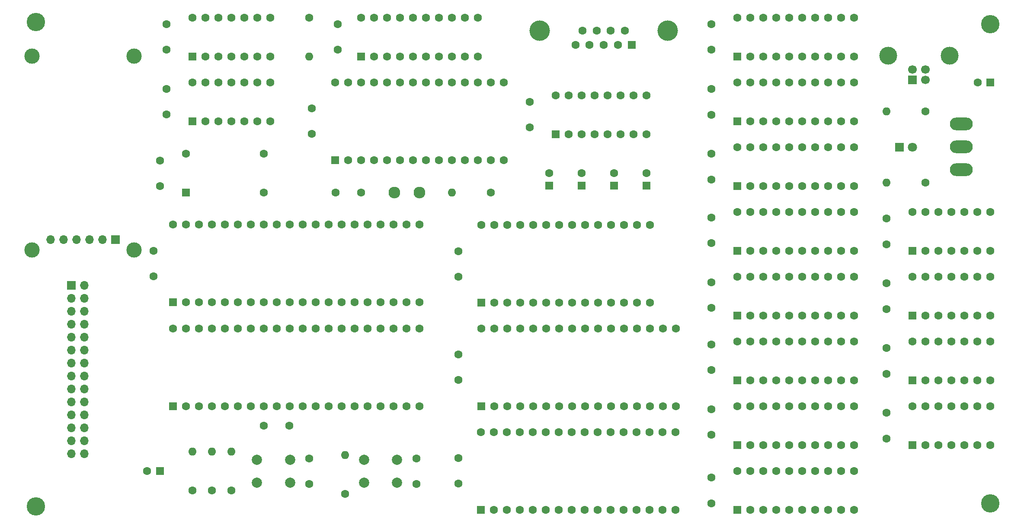
<source format=gbr>
%TF.GenerationSoftware,KiCad,Pcbnew,9.0.0*%
%TF.CreationDate,2025-04-01T20:45:58+02:00*%
%TF.ProjectId,bytecradle-6502-single-board,62797465-6372-4616-946c-652d36353032,rev?*%
%TF.SameCoordinates,Original*%
%TF.FileFunction,Soldermask,Bot*%
%TF.FilePolarity,Negative*%
%FSLAX46Y46*%
G04 Gerber Fmt 4.6, Leading zero omitted, Abs format (unit mm)*
G04 Created by KiCad (PCBNEW 9.0.0) date 2025-04-01 20:45:58*
%MOMM*%
%LPD*%
G01*
G04 APERTURE LIST*
G04 Aperture macros list*
%AMRoundRect*
0 Rectangle with rounded corners*
0 $1 Rounding radius*
0 $2 $3 $4 $5 $6 $7 $8 $9 X,Y pos of 4 corners*
0 Add a 4 corners polygon primitive as box body*
4,1,4,$2,$3,$4,$5,$6,$7,$8,$9,$2,$3,0*
0 Add four circle primitives for the rounded corners*
1,1,$1+$1,$2,$3*
1,1,$1+$1,$4,$5*
1,1,$1+$1,$6,$7*
1,1,$1+$1,$8,$9*
0 Add four rect primitives between the rounded corners*
20,1,$1+$1,$2,$3,$4,$5,0*
20,1,$1+$1,$4,$5,$6,$7,0*
20,1,$1+$1,$6,$7,$8,$9,0*
20,1,$1+$1,$8,$9,$2,$3,0*%
G04 Aperture macros list end*
%ADD10RoundRect,0.250000X0.550000X-0.550000X0.550000X0.550000X-0.550000X0.550000X-0.550000X-0.550000X0*%
%ADD11C,1.600000*%
%ADD12C,3.000000*%
%ADD13R,1.700000X1.700000*%
%ADD14O,1.700000X1.700000*%
%ADD15C,4.000000*%
%ADD16R,1.600000X1.600000*%
%ADD17C,2.300000*%
%ADD18O,1.600000X1.600000*%
%ADD19C,3.600000*%
%ADD20O,4.500000X2.500000*%
%ADD21C,2.000000*%
%ADD22R,1.800000X1.800000*%
%ADD23C,1.800000*%
%ADD24C,1.700000*%
%ADD25C,3.500000*%
G04 APERTURE END LIST*
D10*
%TO.C,U7*%
X246380000Y-88910000D03*
D11*
X248920000Y-88910000D03*
X251460000Y-88910000D03*
X254000000Y-88910000D03*
X256540000Y-88910000D03*
X259080000Y-88910000D03*
X261620000Y-88910000D03*
X261620000Y-81290000D03*
X259080000Y-81290000D03*
X256540000Y-81290000D03*
X254000000Y-81290000D03*
X251460000Y-81290000D03*
X248920000Y-81290000D03*
X246380000Y-81290000D03*
%TD*%
D12*
%TO.C,J3*%
X94000000Y-50700000D03*
X74000000Y-50700000D03*
X94000000Y-88700000D03*
X74000000Y-88700000D03*
D13*
X90350000Y-86700000D03*
D14*
X87810000Y-86700000D03*
X85270000Y-86700000D03*
X82730000Y-86700000D03*
X80190000Y-86700000D03*
X77650000Y-86700000D03*
%TD*%
D13*
%TO.C,J2*%
X81710000Y-95710000D03*
D14*
X84250000Y-95710000D03*
X81710000Y-98250000D03*
X84250000Y-98250000D03*
X81710000Y-100790000D03*
X84250000Y-100790000D03*
X81710000Y-103330000D03*
X84250000Y-103330000D03*
X81710000Y-105870000D03*
X84250000Y-105870000D03*
X81710000Y-108410000D03*
X84250000Y-108410000D03*
X81710000Y-110950000D03*
X84250000Y-110950000D03*
X81710000Y-113490000D03*
X84250000Y-113490000D03*
X81710000Y-116030000D03*
X84250000Y-116030000D03*
X81710000Y-118570000D03*
X84250000Y-118570000D03*
X81710000Y-121110000D03*
X84250000Y-121110000D03*
X81710000Y-123650000D03*
X84250000Y-123650000D03*
X81710000Y-126190000D03*
X84250000Y-126190000D03*
X81710000Y-128730000D03*
X84250000Y-128730000D03*
%TD*%
D11*
%TO.C,C5*%
X100330000Y-44490000D03*
X100330000Y-49490000D03*
%TD*%
D15*
%TO.C,J8*%
X198425000Y-45720000D03*
X173425000Y-45720000D03*
D16*
X191465000Y-48560000D03*
D11*
X188695000Y-48560000D03*
X185925000Y-48560000D03*
X183155000Y-48560000D03*
X180385000Y-48560000D03*
X190080000Y-45720000D03*
X187310000Y-45720000D03*
X184540000Y-45720000D03*
X181770000Y-45720000D03*
%TD*%
D10*
%TO.C,U11*%
X212090000Y-88900000D03*
D11*
X214630000Y-88900000D03*
X217170000Y-88900000D03*
X219710000Y-88900000D03*
X222250000Y-88900000D03*
X224790000Y-88900000D03*
X227330000Y-88900000D03*
X229870000Y-88900000D03*
X232410000Y-88900000D03*
X234950000Y-88900000D03*
X234950000Y-81280000D03*
X232410000Y-81280000D03*
X229870000Y-81280000D03*
X227330000Y-81280000D03*
X224790000Y-81280000D03*
X222250000Y-81280000D03*
X219710000Y-81280000D03*
X217170000Y-81280000D03*
X214630000Y-81280000D03*
X212090000Y-81280000D03*
%TD*%
D17*
%TO.C,Y1*%
X149860000Y-77470000D03*
X144960000Y-77470000D03*
%TD*%
D16*
%TO.C,C7*%
X99020000Y-132080000D03*
D11*
X96520000Y-132080000D03*
%TD*%
%TO.C,C10*%
X207010000Y-133400000D03*
X207010000Y-138400000D03*
%TD*%
%TO.C,R5*%
X135255000Y-136565000D03*
D18*
X135255000Y-128945000D03*
%TD*%
D19*
%TO.C,H1*%
X74750000Y-44000000D03*
%TD*%
D11*
%TO.C,C20*%
X119380000Y-123190000D03*
X124380000Y-123190000D03*
%TD*%
D20*
%TO.C,SW1*%
X255905000Y-73025000D03*
X255905000Y-68525000D03*
X255905000Y-64025000D03*
%TD*%
D11*
%TO.C,C16*%
X157480000Y-109220000D03*
X157480000Y-114220000D03*
%TD*%
D16*
%TO.C,C29*%
X187960000Y-76160000D03*
D11*
X187960000Y-73660000D03*
%TD*%
%TO.C,C13*%
X207010000Y-107290000D03*
X207010000Y-112290000D03*
%TD*%
%TO.C,R6*%
X109220000Y-135890000D03*
D18*
X109220000Y-128270000D03*
%TD*%
D11*
%TO.C,C4*%
X99060000Y-71200000D03*
X99060000Y-76200000D03*
%TD*%
%TO.C,C8*%
X128270000Y-134620000D03*
X128270000Y-129620000D03*
%TD*%
D16*
%TO.C,C31*%
X194310000Y-76160000D03*
D11*
X194310000Y-73660000D03*
%TD*%
%TO.C,C17*%
X157480000Y-129540000D03*
X157480000Y-134540000D03*
%TD*%
%TO.C,C26*%
X133860000Y-44450000D03*
X133860000Y-49450000D03*
%TD*%
D10*
%TO.C,U5*%
X212090000Y-76200000D03*
D11*
X214630000Y-76200000D03*
X217170000Y-76200000D03*
X219710000Y-76200000D03*
X222250000Y-76200000D03*
X224790000Y-76200000D03*
X227330000Y-76200000D03*
X229870000Y-76200000D03*
X232410000Y-76200000D03*
X234950000Y-76200000D03*
X234950000Y-68580000D03*
X232410000Y-68580000D03*
X229870000Y-68580000D03*
X227330000Y-68580000D03*
X224790000Y-68580000D03*
X222250000Y-68580000D03*
X219710000Y-68580000D03*
X217170000Y-68580000D03*
X214630000Y-68580000D03*
X212090000Y-68580000D03*
%TD*%
D10*
%TO.C,U15*%
X161900000Y-139700000D03*
D11*
X164440000Y-139700000D03*
X166980000Y-139700000D03*
X169520000Y-139700000D03*
X172060000Y-139700000D03*
X174600000Y-139700000D03*
X177140000Y-139700000D03*
X179680000Y-139700000D03*
X182220000Y-139700000D03*
X184760000Y-139700000D03*
X187300000Y-139700000D03*
X189840000Y-139700000D03*
X192380000Y-139700000D03*
X194920000Y-139700000D03*
X197460000Y-139700000D03*
X200000000Y-139700000D03*
X200000000Y-124460000D03*
X197460000Y-124460000D03*
X194920000Y-124460000D03*
X192380000Y-124460000D03*
X189840000Y-124460000D03*
X187300000Y-124460000D03*
X184760000Y-124460000D03*
X182220000Y-124460000D03*
X179680000Y-124460000D03*
X177140000Y-124460000D03*
X174600000Y-124460000D03*
X172060000Y-124460000D03*
X169520000Y-124460000D03*
X166980000Y-124460000D03*
X164440000Y-124460000D03*
X161900000Y-124460000D03*
%TD*%
D21*
%TO.C,SW2*%
X118035000Y-129870000D03*
X124535000Y-129870000D03*
X118035000Y-134370000D03*
X124535000Y-134370000D03*
%TD*%
D19*
%TO.C,H2*%
X261620000Y-44450000D03*
%TD*%
D11*
%TO.C,C22*%
X241300000Y-82600000D03*
X241300000Y-87600000D03*
%TD*%
D16*
%TO.C,C6*%
X261620000Y-55880000D03*
D11*
X259120000Y-55880000D03*
%TD*%
%TO.C,C23*%
X207010000Y-44490000D03*
X207010000Y-49490000D03*
%TD*%
%TO.C,R8*%
X163830000Y-77470000D03*
D18*
X156210000Y-77470000D03*
%TD*%
D11*
%TO.C,C1*%
X157480000Y-88980000D03*
X157480000Y-93980000D03*
%TD*%
%TO.C,R7*%
X128270000Y-43180000D03*
D18*
X128270000Y-50800000D03*
%TD*%
D22*
%TO.C,D1*%
X243840000Y-68580000D03*
D23*
X246380000Y-68580000D03*
%TD*%
D10*
%TO.C,U17*%
X162000000Y-99060000D03*
D11*
X164540000Y-99060000D03*
X167080000Y-99060000D03*
X169620000Y-99060000D03*
X172160000Y-99060000D03*
X174700000Y-99060000D03*
X177240000Y-99060000D03*
X179780000Y-99060000D03*
X182320000Y-99060000D03*
X184860000Y-99060000D03*
X187400000Y-99060000D03*
X189940000Y-99060000D03*
X192480000Y-99060000D03*
X195020000Y-99060000D03*
X195020000Y-83820000D03*
X192480000Y-83820000D03*
X189940000Y-83820000D03*
X187400000Y-83820000D03*
X184860000Y-83820000D03*
X182320000Y-83820000D03*
X179780000Y-83820000D03*
X177240000Y-83820000D03*
X174700000Y-83820000D03*
X172160000Y-83820000D03*
X169620000Y-83820000D03*
X167080000Y-83820000D03*
X164540000Y-83820000D03*
X162000000Y-83820000D03*
%TD*%
D10*
%TO.C,U10*%
X212090000Y-114300000D03*
D11*
X214630000Y-114300000D03*
X217170000Y-114300000D03*
X219710000Y-114300000D03*
X222250000Y-114300000D03*
X224790000Y-114300000D03*
X227330000Y-114300000D03*
X229870000Y-114300000D03*
X232410000Y-114300000D03*
X234950000Y-114300000D03*
X234950000Y-106680000D03*
X232410000Y-106680000D03*
X229870000Y-106680000D03*
X227330000Y-106680000D03*
X224790000Y-106680000D03*
X222250000Y-106680000D03*
X219710000Y-106680000D03*
X217170000Y-106680000D03*
X214630000Y-106680000D03*
X212090000Y-106680000D03*
%TD*%
D10*
%TO.C,U18*%
X212090000Y-50800000D03*
D11*
X214630000Y-50800000D03*
X217170000Y-50800000D03*
X219710000Y-50800000D03*
X222250000Y-50800000D03*
X224790000Y-50800000D03*
X227330000Y-50800000D03*
X229870000Y-50800000D03*
X232410000Y-50800000D03*
X234950000Y-50800000D03*
X234950000Y-43180000D03*
X232410000Y-43180000D03*
X229870000Y-43180000D03*
X227330000Y-43180000D03*
X224790000Y-43180000D03*
X222250000Y-43180000D03*
X219710000Y-43180000D03*
X217170000Y-43180000D03*
X214630000Y-43180000D03*
X212090000Y-43180000D03*
%TD*%
D10*
%TO.C,U3*%
X212090000Y-63500000D03*
D11*
X214630000Y-63500000D03*
X217170000Y-63500000D03*
X219710000Y-63500000D03*
X222250000Y-63500000D03*
X224790000Y-63500000D03*
X227330000Y-63500000D03*
X229870000Y-63500000D03*
X232410000Y-63500000D03*
X234950000Y-63500000D03*
X234950000Y-55880000D03*
X232410000Y-55880000D03*
X229870000Y-55880000D03*
X227330000Y-55880000D03*
X224790000Y-55880000D03*
X222250000Y-55880000D03*
X219710000Y-55880000D03*
X217170000Y-55880000D03*
X214630000Y-55880000D03*
X212090000Y-55880000D03*
%TD*%
%TO.C,C24*%
X97790000Y-88900000D03*
X97790000Y-93900000D03*
%TD*%
D10*
%TO.C,U16*%
X162000000Y-119380000D03*
D11*
X164540000Y-119380000D03*
X167080000Y-119380000D03*
X169620000Y-119380000D03*
X172160000Y-119380000D03*
X174700000Y-119380000D03*
X177240000Y-119380000D03*
X179780000Y-119380000D03*
X182320000Y-119380000D03*
X184860000Y-119380000D03*
X187400000Y-119380000D03*
X189940000Y-119380000D03*
X192480000Y-119380000D03*
X195020000Y-119380000D03*
X197560000Y-119380000D03*
X200100000Y-119380000D03*
X200100000Y-104140000D03*
X197560000Y-104140000D03*
X195020000Y-104140000D03*
X192480000Y-104140000D03*
X189940000Y-104140000D03*
X187400000Y-104140000D03*
X184860000Y-104140000D03*
X182320000Y-104140000D03*
X179780000Y-104140000D03*
X177240000Y-104140000D03*
X174700000Y-104140000D03*
X172160000Y-104140000D03*
X169620000Y-104140000D03*
X167080000Y-104140000D03*
X164540000Y-104140000D03*
X162000000Y-104140000D03*
%TD*%
%TO.C,R3*%
X248920000Y-61595000D03*
D18*
X241300000Y-61595000D03*
%TD*%
D10*
%TO.C,U14*%
X246380000Y-101610000D03*
D11*
X248920000Y-101610000D03*
X251460000Y-101610000D03*
X254000000Y-101610000D03*
X256540000Y-101610000D03*
X259080000Y-101610000D03*
X261620000Y-101610000D03*
X261620000Y-93990000D03*
X259080000Y-93990000D03*
X256540000Y-93990000D03*
X254000000Y-93990000D03*
X251460000Y-93990000D03*
X248920000Y-93990000D03*
X246380000Y-93990000D03*
%TD*%
D19*
%TO.C,H4*%
X74750000Y-139000000D03*
%TD*%
D11*
%TO.C,C12*%
X207010000Y-95080000D03*
X207010000Y-100080000D03*
%TD*%
%TO.C,C18*%
X241300000Y-120700000D03*
X241300000Y-125700000D03*
%TD*%
D21*
%TO.C,SW3*%
X138990000Y-129870000D03*
X145490000Y-129870000D03*
X138990000Y-134370000D03*
X145490000Y-134370000D03*
%TD*%
D11*
%TO.C,C11*%
X207010000Y-69900000D03*
X207010000Y-74900000D03*
%TD*%
%TO.C,C14*%
X207010000Y-82380000D03*
X207010000Y-87380000D03*
%TD*%
D10*
%TO.C,U2*%
X101600000Y-119380000D03*
D11*
X104140000Y-119380000D03*
X106680000Y-119380000D03*
X109220000Y-119380000D03*
X111760000Y-119380000D03*
X114300000Y-119380000D03*
X116840000Y-119380000D03*
X119380000Y-119380000D03*
X121920000Y-119380000D03*
X124460000Y-119380000D03*
X127000000Y-119380000D03*
X129540000Y-119380000D03*
X132080000Y-119380000D03*
X134620000Y-119380000D03*
X137160000Y-119380000D03*
X139700000Y-119380000D03*
X142240000Y-119380000D03*
X144780000Y-119380000D03*
X147320000Y-119380000D03*
X149860000Y-119380000D03*
X149860000Y-104140000D03*
X147320000Y-104140000D03*
X144780000Y-104140000D03*
X142240000Y-104140000D03*
X139700000Y-104140000D03*
X137160000Y-104140000D03*
X134620000Y-104140000D03*
X132080000Y-104140000D03*
X129540000Y-104140000D03*
X127000000Y-104140000D03*
X124460000Y-104140000D03*
X121920000Y-104140000D03*
X119380000Y-104140000D03*
X116840000Y-104140000D03*
X114300000Y-104140000D03*
X111760000Y-104140000D03*
X109220000Y-104140000D03*
X106680000Y-104140000D03*
X104140000Y-104140000D03*
X101600000Y-104140000D03*
%TD*%
%TO.C,C27*%
X128780000Y-60960000D03*
X128780000Y-65960000D03*
%TD*%
D16*
%TO.C,X1*%
X104140000Y-77470000D03*
D11*
X119380000Y-77470000D03*
X119380000Y-69850000D03*
X104140000Y-69850000D03*
%TD*%
D10*
%TO.C,U4*%
X105410000Y-50800000D03*
D11*
X107950000Y-50800000D03*
X110490000Y-50800000D03*
X113030000Y-50800000D03*
X115570000Y-50800000D03*
X118110000Y-50800000D03*
X120650000Y-50800000D03*
X120650000Y-43180000D03*
X118110000Y-43180000D03*
X115570000Y-43180000D03*
X113030000Y-43180000D03*
X110490000Y-43180000D03*
X107950000Y-43180000D03*
X105410000Y-43180000D03*
%TD*%
%TO.C,C21*%
X241300000Y-95300000D03*
X241300000Y-100300000D03*
%TD*%
%TO.C,C3*%
X100335000Y-57190000D03*
X100335000Y-62190000D03*
%TD*%
%TO.C,R4*%
X113030000Y-135890000D03*
D18*
X113030000Y-128270000D03*
%TD*%
D11*
%TO.C,C15*%
X207010000Y-119990000D03*
X207010000Y-124990000D03*
%TD*%
D10*
%TO.C,U21*%
X133350000Y-71120000D03*
D11*
X135890000Y-71120000D03*
X138430000Y-71120000D03*
X140970000Y-71120000D03*
X143510000Y-71120000D03*
X146050000Y-71120000D03*
X148590000Y-71120000D03*
X151130000Y-71120000D03*
X153670000Y-71120000D03*
X156210000Y-71120000D03*
X158750000Y-71120000D03*
X161290000Y-71120000D03*
X163830000Y-71120000D03*
X166370000Y-71120000D03*
X166370000Y-55880000D03*
X163830000Y-55880000D03*
X161290000Y-55880000D03*
X158750000Y-55880000D03*
X156210000Y-55880000D03*
X153670000Y-55880000D03*
X151130000Y-55880000D03*
X148590000Y-55880000D03*
X146050000Y-55880000D03*
X143510000Y-55880000D03*
X140970000Y-55880000D03*
X138430000Y-55880000D03*
X135890000Y-55880000D03*
X133350000Y-55880000D03*
%TD*%
D10*
%TO.C,U12*%
X212090000Y-127000000D03*
D11*
X214630000Y-127000000D03*
X217170000Y-127000000D03*
X219710000Y-127000000D03*
X222250000Y-127000000D03*
X224790000Y-127000000D03*
X227330000Y-127000000D03*
X229870000Y-127000000D03*
X232410000Y-127000000D03*
X234950000Y-127000000D03*
X234950000Y-119380000D03*
X232410000Y-119380000D03*
X229870000Y-119380000D03*
X227330000Y-119380000D03*
X224790000Y-119380000D03*
X222250000Y-119380000D03*
X219710000Y-119380000D03*
X217170000Y-119380000D03*
X214630000Y-119380000D03*
X212090000Y-119380000D03*
%TD*%
%TO.C,R2*%
X248920000Y-75565000D03*
D18*
X241300000Y-75565000D03*
%TD*%
D11*
%TO.C,C32*%
X171450000Y-59690000D03*
X171450000Y-64690000D03*
%TD*%
D10*
%TO.C,U20*%
X138430000Y-50800000D03*
D11*
X140970000Y-50800000D03*
X143510000Y-50800000D03*
X146050000Y-50800000D03*
X148590000Y-50800000D03*
X151130000Y-50800000D03*
X153670000Y-50800000D03*
X156210000Y-50800000D03*
X158750000Y-50800000D03*
X161290000Y-50800000D03*
X161290000Y-43180000D03*
X158750000Y-43180000D03*
X156210000Y-43180000D03*
X153670000Y-43180000D03*
X151130000Y-43180000D03*
X148590000Y-43180000D03*
X146050000Y-43180000D03*
X143510000Y-43180000D03*
X140970000Y-43180000D03*
X138430000Y-43180000D03*
%TD*%
D10*
%TO.C,U8*%
X246380000Y-114310000D03*
D11*
X248920000Y-114310000D03*
X251460000Y-114310000D03*
X254000000Y-114310000D03*
X256540000Y-114310000D03*
X259080000Y-114310000D03*
X261620000Y-114310000D03*
X261620000Y-106690000D03*
X259080000Y-106690000D03*
X256540000Y-106690000D03*
X254000000Y-106690000D03*
X251460000Y-106690000D03*
X248920000Y-106690000D03*
X246380000Y-106690000D03*
%TD*%
D10*
%TO.C,U1*%
X105410000Y-63500000D03*
D11*
X107950000Y-63500000D03*
X110490000Y-63500000D03*
X113030000Y-63500000D03*
X115570000Y-63500000D03*
X118110000Y-63500000D03*
X120650000Y-63500000D03*
X120650000Y-55880000D03*
X118110000Y-55880000D03*
X115570000Y-55880000D03*
X113030000Y-55880000D03*
X110490000Y-55880000D03*
X107950000Y-55880000D03*
X105410000Y-55880000D03*
%TD*%
%TO.C,C19*%
X241300000Y-108000000D03*
X241300000Y-113000000D03*
%TD*%
%TO.C,R1*%
X105410000Y-135890000D03*
D18*
X105410000Y-128270000D03*
%TD*%
D13*
%TO.C,J1*%
X246380000Y-55340000D03*
D24*
X248880000Y-55340000D03*
X248880000Y-53340000D03*
X246380000Y-53340000D03*
D25*
X241610000Y-50630000D03*
X253650000Y-50630000D03*
%TD*%
D11*
%TO.C,C9*%
X149225000Y-134620000D03*
X149225000Y-129620000D03*
%TD*%
%TO.C,C2*%
X207010000Y-57200000D03*
X207010000Y-62200000D03*
%TD*%
D10*
%TO.C,U22*%
X176530000Y-66040000D03*
D11*
X179070000Y-66040000D03*
X181610000Y-66040000D03*
X184150000Y-66040000D03*
X186690000Y-66040000D03*
X189230000Y-66040000D03*
X191770000Y-66040000D03*
X194310000Y-66040000D03*
X194310000Y-58420000D03*
X191770000Y-58420000D03*
X189230000Y-58420000D03*
X186690000Y-58420000D03*
X184150000Y-58420000D03*
X181610000Y-58420000D03*
X179070000Y-58420000D03*
X176530000Y-58420000D03*
%TD*%
D10*
%TO.C,U19*%
X101600000Y-99000000D03*
D11*
X104140000Y-99000000D03*
X106680000Y-99000000D03*
X109220000Y-99000000D03*
X111760000Y-99000000D03*
X114300000Y-99000000D03*
X116840000Y-99000000D03*
X119380000Y-99000000D03*
X121920000Y-99000000D03*
X124460000Y-99000000D03*
X127000000Y-99000000D03*
X129540000Y-99000000D03*
X132080000Y-99000000D03*
X134620000Y-99000000D03*
X137160000Y-99000000D03*
X139700000Y-99000000D03*
X142240000Y-99000000D03*
X144780000Y-99000000D03*
X147320000Y-99000000D03*
X149860000Y-99000000D03*
X149860000Y-83760000D03*
X147320000Y-83760000D03*
X144780000Y-83760000D03*
X142240000Y-83760000D03*
X139700000Y-83760000D03*
X137160000Y-83760000D03*
X134620000Y-83760000D03*
X132080000Y-83760000D03*
X129540000Y-83760000D03*
X127000000Y-83760000D03*
X124460000Y-83760000D03*
X121920000Y-83760000D03*
X119380000Y-83760000D03*
X116840000Y-83760000D03*
X114300000Y-83760000D03*
X111760000Y-83760000D03*
X109220000Y-83760000D03*
X106680000Y-83760000D03*
X104140000Y-83760000D03*
X101600000Y-83760000D03*
%TD*%
D16*
%TO.C,C30*%
X181610000Y-76160000D03*
D11*
X181610000Y-73660000D03*
%TD*%
D10*
%TO.C,U9*%
X246375000Y-127000000D03*
D11*
X248915000Y-127000000D03*
X251455000Y-127000000D03*
X253995000Y-127000000D03*
X256535000Y-127000000D03*
X259075000Y-127000000D03*
X261615000Y-127000000D03*
X261615000Y-119380000D03*
X259075000Y-119380000D03*
X256535000Y-119380000D03*
X253995000Y-119380000D03*
X251455000Y-119380000D03*
X248915000Y-119380000D03*
X246375000Y-119380000D03*
%TD*%
D10*
%TO.C,U6*%
X212090000Y-139700000D03*
D11*
X214630000Y-139700000D03*
X217170000Y-139700000D03*
X219710000Y-139700000D03*
X222250000Y-139700000D03*
X224790000Y-139700000D03*
X227330000Y-139700000D03*
X229870000Y-139700000D03*
X232410000Y-139700000D03*
X234950000Y-139700000D03*
X234950000Y-132080000D03*
X232410000Y-132080000D03*
X229870000Y-132080000D03*
X227330000Y-132080000D03*
X224790000Y-132080000D03*
X222250000Y-132080000D03*
X219710000Y-132080000D03*
X217170000Y-132080000D03*
X214630000Y-132080000D03*
X212090000Y-132080000D03*
%TD*%
D16*
%TO.C,C28*%
X175260000Y-76160000D03*
D11*
X175260000Y-73660000D03*
%TD*%
D10*
%TO.C,U13*%
X212090000Y-101600000D03*
D11*
X214630000Y-101600000D03*
X217170000Y-101600000D03*
X219710000Y-101600000D03*
X222250000Y-101600000D03*
X224790000Y-101600000D03*
X227330000Y-101600000D03*
X229870000Y-101600000D03*
X232410000Y-101600000D03*
X234950000Y-101600000D03*
X234950000Y-93980000D03*
X232410000Y-93980000D03*
X229870000Y-93980000D03*
X227330000Y-93980000D03*
X224790000Y-93980000D03*
X222250000Y-93980000D03*
X219710000Y-93980000D03*
X217170000Y-93980000D03*
X214630000Y-93980000D03*
X212090000Y-93980000D03*
%TD*%
%TO.C,C25*%
X133390000Y-77470000D03*
X138390000Y-77470000D03*
%TD*%
D19*
%TO.C,H3*%
X261620000Y-138430000D03*
%TD*%
M02*

</source>
